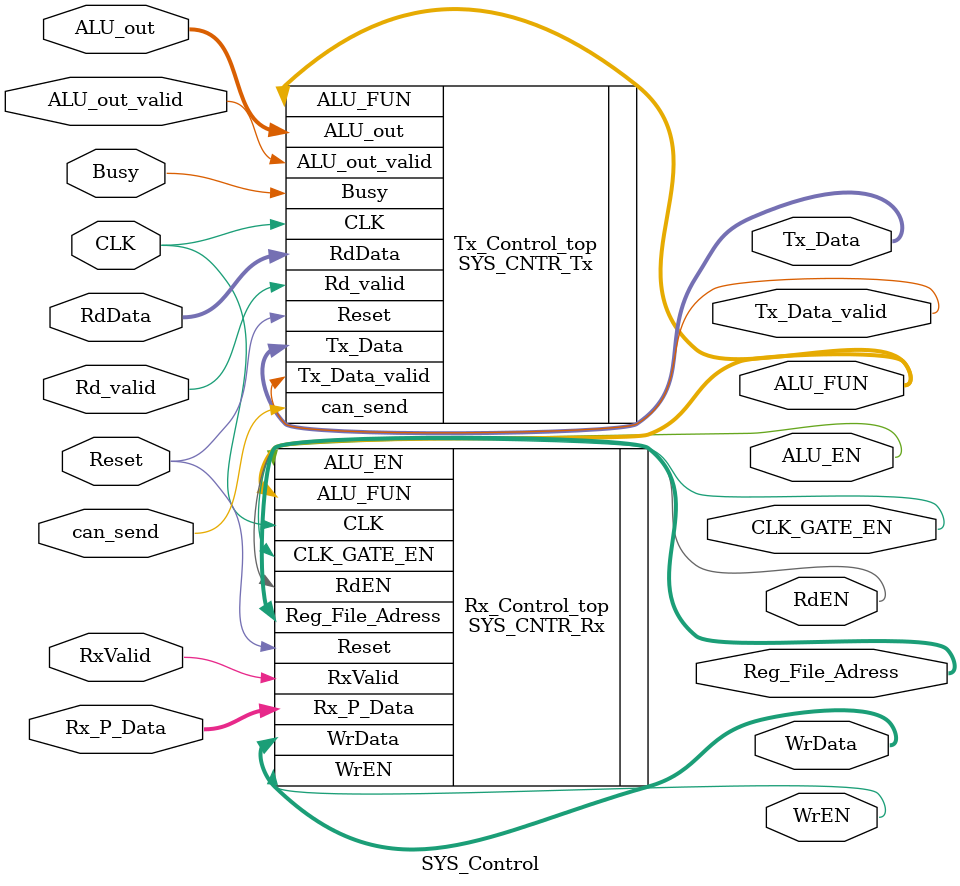
<source format=v>
module SYS_Control #(
    parameter width = 8,
    parameter depth = 16
) (
    //---------------------------------------------
    /*            CLK & Reset                    */
    //---------------------------------------------
    input  wire                       CLK,       
    input  wire                       Reset,
    //---------------------------------------------
    /*          Receiver_output                  */
    //---------------------------------------------
    input  wire  [width-1:0]          Rx_P_Data,
    input  wire                       RxValid,
    //---------------------------------------------
    /*        ALU inputs & outputs               */
    //---------------------------------------------
    input  wire  [(2*width)-1:0]      ALU_out,
    input  wire                       ALU_out_valid,
    output wire                       ALU_EN,               
    output wire  [3:0]                ALU_FUN, 
    //---------------------------------------------
    /*       Reg_File inputs & outputs           */
    //---------------------------------------------
    input  wire  [width-1:0]          RdData,
    input  wire                       Rd_valid,
    output wire  [$clog2(depth)-1:0]  Reg_File_Adress,               
    output wire                       WrEN,               
    output wire                       RdEN,               
    output wire  [width-1:0]          WrData,
    //---------------------------------------------
    /*     transmitter inputs & outputs          */
    //---------------------------------------------
    input  wire                       Busy,
    input  wire                       can_send, // to tell the controller you can send
    output wire  [width-1:0]          Tx_Data,
    output wire                       Tx_Data_valid,
    //---------------------------------------------
    /*               CLK_Gate                    */
    //---------------------------------------------   
    output wire                       CLK_GATE_EN   
);

//---------------------------------------------
/*          Tx_Control instantiation         */
//---------------------------------------------
SYS_CNTR_Tx #(.width(width)) Tx_Control_top (
    .CLK(CLK),       
    .Reset(Reset),
    .RdData(RdData),
    .Rd_valid(Rd_valid),
    .ALU_out(ALU_out),
    .ALU_out_valid(ALU_out_valid),
    .ALU_FUN(ALU_FUN),
    .Busy(Busy),
    .can_send(can_send),
    .Tx_Data(Tx_Data),
    .Tx_Data_valid(Tx_Data_valid)
);

//---------------------------------------------
/*          Rx_Control instantiation         */
//---------------------------------------------
SYS_CNTR_Rx #(.width(width), .depth(depth)) 
Rx_Control_top(
    .CLK(CLK),       
    .Reset(Reset),
    .Rx_P_Data(Rx_P_Data),
    .RxValid(RxValid),
    .ALU_EN(ALU_EN),               
    .ALU_FUN(ALU_FUN), 
    .Reg_File_Adress(Reg_File_Adress),               
    .WrEN(WrEN),               
    .RdEN(RdEN),               
    .WrData(WrData),  
    .CLK_GATE_EN(CLK_GATE_EN)
);
    
endmodule
</source>
